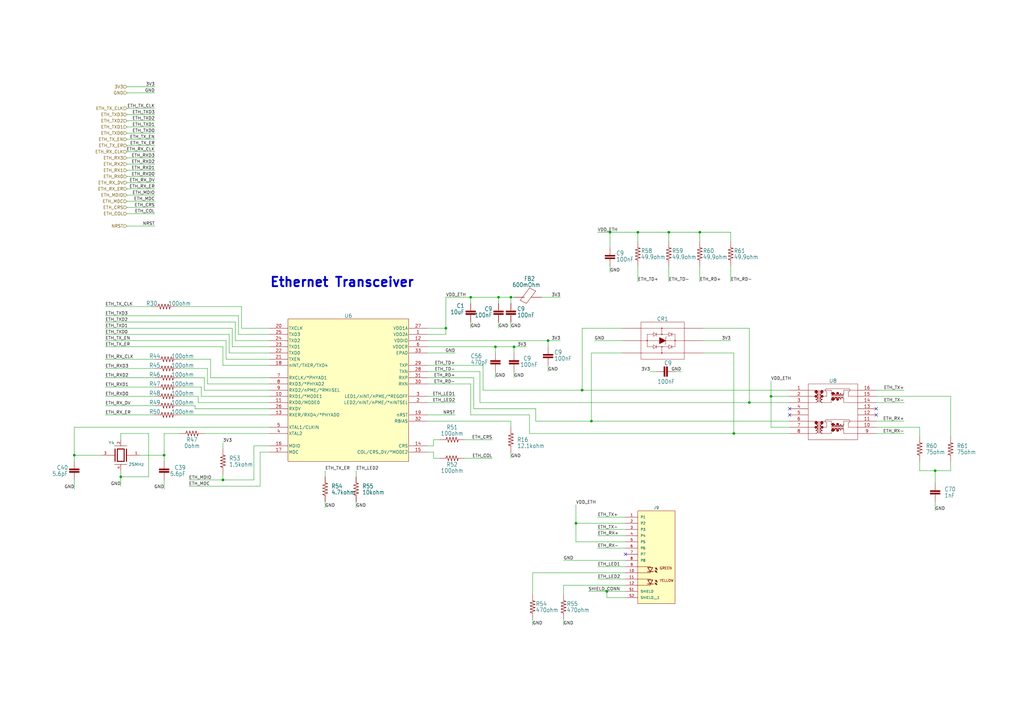
<source format=kicad_sch>
(kicad_sch (version 20230121) (generator eeschema)
  (paper "A3")
  (title_block (title "STM32H745 Ethernet Transciever") (date "2024-05-21") (rev "1"))
  (lib_symbols
    (symbol "Custom_Microcontroller:C_0402_1nF" (pin_numbers hide) (pin_names hide)
      (property "Reference" "C" (at -0.8599 2.4455 0))
      (property "Value" "1nF" (at -2.0411 -4.699 0))
      (symbol "C_0402_1nF_1_0"
        (pin passive line (at -3.81 0 0) (length 2.54) (name "1") (number "1"))
        (pin passive line (at 3.81 0 180) (length 2.54) (name "2") (number "2"))
      )
    )
    (symbol "Custom_Microcontroller:C_0402_470pF" (pin_numbers hide) (pin_names hide)
      (property "Reference" "C" (at -0.8599 2.4455 0))
      (property "Value" "470pF" (at -2.0411 -4.699 0))
      (symbol "C_0402_470pF_1_0"
        (pin passive line (at -3.81 0 0) (length 2.54) (name "1") (number "1"))
        (pin passive line (at 3.81 0 180) (length 2.54) (name "2") (number "2"))
      )
    )
    (symbol "Custom_Microcontroller:C_0603_100nF" (pin_numbers hide) (pin_names hide)
      (property "Reference" "C" (at -0.8599 2.4455 0))
      (property "Value" "100nF" (at -2.54 -5.08 0))
      (symbol "C_0603_100nF_1_0"
        (pin passive line (at -3.81 0 0) (length 2.54) (name "1") (number "1"))
        (pin passive line (at 3.81 0 180) (length 2.54) (name "2") (number "2"))
      )
    )
    (symbol "Custom_Microcontroller:C_0603_10uF" (pin_numbers hide) (pin_names hide)
      (property "Reference" "C" (at -0.8599 2.4455 0))
      (property "Value" "10uF" (at -2.54 -5.08 0))
      (symbol "C_0603_10uF_1_0"
        (pin passive line (at -3.81 0 0) (length 2.54) (name "1") (number "1"))
        (pin passive line (at 3.81 0 180) (length 2.54) (name "2") (number "2"))
      )
    )
    (symbol "Custom_Microcontroller:C_0603_5.6pF" (pin_numbers hide) (pin_names hide)
      (property "Reference" "C" (at -0.8599 2.4455 0))
      (property "Value" "5.6pF" (at -2.54 -5.08 0))
      (symbol "C_0603_5.6pF_1_0"
        (pin passive line (at -3.81 0 0) (length 2.54) (name "1") (number "1"))
        (pin passive line (at 3.81 0 180) (length 2.54) (name "2") (number "2"))
      )
    )
    (symbol "Custom_Microcontroller:ECS-2333-250-BN-TR" (pin_names (offset 1.016) hide)
      (property "Reference" "Y" (at 0 12.7 0))
      (property "Value" "25MHz" (at -8.89 -6.35 0))
      (symbol "ECS-2333-250-BN-TR_0_0"
        (pin passive line (at -7.62 0 0) (length 2.54) (name "IN") (number "1"))
        (pin passive line (at 0 6.35 270) (length 2.54) (name "GND") (number "2"))
        (pin passive line (at 7.62 0 180) (length 2.54) (name "OUT") (number "3"))
        (pin passive line (at 0 -6.35 90) (length 2.54) (name "GND") (number "4"))
      )
    )
    (symbol "Custom_Microcontroller:FB_600mohm_0603" (pin_numbers hide) (pin_names hide)
      (property "Reference" "FB" (at 0 3.81 0))
      (property "Value" "600mOhm" (at -3.81 -5.08 0))
      (symbol "FB_600mohm_0603_1_0"
        (pin passive line (at -5.08 0 0) (length 4.318) (name "1") (number "1"))
        (pin passive line (at 6.35 0 180) (length 4.318) (name "2") (number "2"))
      )
    )
    (symbol "Custom_Microcontroller:H1102NL" (pin_names (offset 0.254) hide)
      (property "Reference" "U" (at 17.78 3.81 0))
      (symbol "H1102NL_0_1"
        (pin passive line (at 0 0 0) (length 7.62) (name "1") (number "1"))
        (pin passive line (at 35.56 -15.24 180) (length 7.62) (name "10") (number "10"))
        (pin passive line (at 35.56 -12.7 180) (length 7.62) (name "11") (number "11"))
        (pin passive line (at 35.56 -10.16 180) (length 7.62) (name "12") (number "12"))
        (pin passive line (at 35.56 -7.62 180) (length 7.62) (name "13") (number "13"))
        (pin passive line (at 35.56 -5.08 180) (length 7.62) (name "14") (number "14"))
        (pin passive line (at 35.56 -2.54 180) (length 7.62) (name "15") (number "15"))
        (pin passive line (at 35.56 0 180) (length 7.62) (name "16") (number "16"))
        (pin passive line (at 0 -2.54 0) (length 7.62) (name "2") (number "2"))
        (pin passive line (at 0 -5.08 0) (length 7.62) (name "3") (number "3"))
        (pin passive line (at 0 -7.62 0) (length 7.62) (name "4") (number "4"))
        (pin passive line (at 0 -10.16 0) (length 7.62) (name "5") (number "5"))
        (pin passive line (at 0 -12.7 0) (length 7.62) (name "6") (number "6"))
        (pin passive line (at 0 -15.24 0) (length 7.62) (name "7") (number "7"))
        (pin passive line (at 0 -17.78 0) (length 7.62) (name "8") (number "8"))
        (pin passive line (at 35.56 -17.78 180) (length 7.62) (name "9") (number "9"))
      )
    )
    (symbol "Custom_Microcontroller:LAN8740AI-EN-TR" (pin_names (offset 0.254))
      (property "Reference" "U" (at 31.75 6.35 0))
      (symbol "LAN8740AI-EN-TR_0_1"
        (pin power_in line (at 64.77 -1.27 180) (length 7.62) (name "VDD2A") (number "1"))
        (pin bidirectional line (at 0 -26.67 0) (length 7.62) (name "RXD1/*MODE1") (number "10"))
        (pin bidirectional line (at 0 -29.21 0) (length 7.62) (name "RXD0/MODE0") (number "11"))
        (pin power_in line (at 64.77 -3.81 180) (length 7.62) (name "VDDIO") (number "12"))
        (pin bidirectional line (at 0 -34.29 0) (length 7.62) (name "RXER/RXD4/*PHYAD0") (number "13"))
        (pin bidirectional line (at 64.77 -46.99 180) (length 7.62) (name "CRS") (number "14"))
        (pin bidirectional line (at 64.77 -49.53 180) (length 7.62) (name "COL/CRS_DV/*MODE2") (number "15"))
        (pin bidirectional line (at 0 -46.99 0) (length 7.62) (name "MDIO") (number "16"))
        (pin bidirectional line (at 0 -49.53 0) (length 7.62) (name "MDC") (number "17"))
        (pin bidirectional line (at 0 -13.97 0) (length 7.62) (name "nINT/TXER/TXD4") (number "18"))
        (pin bidirectional line (at 64.77 -34.29 180) (length 7.62) (name "nRST") (number "19"))
        (pin bidirectional line (at 64.77 -29.21 180) (length 7.62) (name "LED2/nINT/nPME/*nINTSEL") (number "2"))
        (pin bidirectional line (at 0 1.27 0) (length 7.62) (name "TXCLK") (number "20"))
        (pin bidirectional line (at 0 -11.43 0) (length 7.62) (name "TXEN") (number "21"))
        (pin bidirectional line (at 0 -8.89 0) (length 7.62) (name "TXD0") (number "22"))
        (pin bidirectional line (at 0 -6.35 0) (length 7.62) (name "TXD1") (number "23"))
        (pin bidirectional line (at 0 -3.81 0) (length 7.62) (name "TXD2") (number "24"))
        (pin bidirectional line (at 0 -1.27 0) (length 7.62) (name "TXD3") (number "25"))
        (pin bidirectional line (at 0 -31.75 0) (length 7.62) (name "RXDV") (number "26"))
        (pin power_in line (at 64.77 1.27 180) (length 7.62) (name "VDD1A") (number "27"))
        (pin bidirectional line (at 64.77 -16.51 180) (length 7.62) (name "TXN") (number "28"))
        (pin bidirectional line (at 64.77 -13.97 180) (length 7.62) (name "TXP") (number "29"))
        (pin bidirectional line (at 64.77 -26.67 180) (length 7.62) (name "LED1/nINT/nPME/*REGOFF") (number "3"))
        (pin bidirectional line (at 64.77 -21.59 180) (length 7.62) (name "RXN") (number "30"))
        (pin bidirectional line (at 64.77 -19.05 180) (length 7.62) (name "RXP") (number "31"))
        (pin bidirectional line (at 64.77 -36.83 180) (length 7.62) (name "RBIAS") (number "32"))
        (pin passive line (at 64.77 -8.89 180) (length 7.62) (name "EPAD") (number "33"))
        (pin bidirectional line (at 0 -41.91 0) (length 7.62) (name "XTAL2") (number "4"))
        (pin bidirectional line (at 0 -39.37 0) (length 7.62) (name "XTAL1/CLKIN") (number "5"))
        (pin power_in line (at 64.77 -6.35 180) (length 7.62) (name "VDDCR") (number "6"))
        (pin bidirectional line (at 0 -19.05 0) (length 7.62) (name "RXCLK/*PHYAD1") (number "7"))
        (pin bidirectional line (at 0 -21.59 0) (length 7.62) (name "RXD3/*PHYAD2") (number "8"))
        (pin bidirectional line (at 0 -24.13 0) (length 7.62) (name "RXD2/nPME/*RMIISEL") (number "9"))
      )
    )
    (symbol "Custom_Microcontroller:R_0402_100ohm" (pin_numbers hide) (pin_names hide)
      (property "Reference" "R" (at -0.8054 1.519 0))
      (property "Value" "100ohm" (at -5.08 -3.81 0))
      (symbol "R_0402_100ohm_1_0"
        (pin passive line (at -5.08 0 0) (length 2.54) (name "1") (number "1"))
        (pin passive line (at 5.08 0 180) (length 2.54) (name "2") (number "2"))
      )
    )
    (symbol "Custom_Microcontroller:R_0402_75ohm" (pin_numbers hide) (pin_names hide)
      (property "Reference" "R" (at -0.8054 1.519 0))
      (property "Value" "75ohm" (at -5.08 -3.81 0))
      (symbol "R_0402_75ohm_1_0"
        (pin passive line (at -5.08 0 0) (length 2.54) (name "1") (number "1"))
        (pin passive line (at 5.08 0 180) (length 2.54) (name "2") (number "2"))
      )
    )
    (symbol "Custom_Microcontroller:R_0603_0ohm" (pin_numbers hide) (pin_names hide)
      (property "Reference" "R" (at -0.8054 1.519 0))
      (property "Value" "0ohm" (at -3.81 -3.81 0))
      (symbol "R_0603_0ohm_1_0"
        (pin passive line (at -5.08 0 0) (length 2.54) (name "1") (number "1"))
        (pin passive line (at 5.08 0 180) (length 2.54) (name "2") (number "2"))
      )
    )
    (symbol "Custom_Microcontroller:R_0603_1.5kohm" (pin_numbers hide) (pin_names hide)
      (property "Reference" "R" (at -0.8054 1.519 0))
      (property "Value" "1.5kohm" (at -3.81 -3.81 0))
      (symbol "R_0603_1.5kohm_1_0"
        (pin passive line (at -5.08 0 0) (length 2.54) (name "1") (number "1"))
        (pin passive line (at 5.08 0 180) (length 2.54) (name "2") (number "2"))
      )
    )
    (symbol "Custom_Microcontroller:R_0603_10kohm" (pin_numbers hide) (pin_names hide)
      (property "Reference" "R" (at -0.8054 1.519 0))
      (property "Value" "10kohm" (at -3.81 -3.81 0))
      (symbol "R_0603_10kohm_1_0"
        (pin passive line (at -5.08 0 0) (length 2.54) (name "1") (number "1"))
        (pin passive line (at 5.08 0 180) (length 2.54) (name "2") (number "2"))
      )
    )
    (symbol "Custom_Microcontroller:R_0603_12.1kohm" (pin_numbers hide) (pin_names hide)
      (property "Reference" "R" (at -0.8054 1.519 0))
      (property "Value" "12.1kohm" (at -3.81 -3.81 0))
      (symbol "R_0603_12.1kohm_1_0"
        (pin passive line (at -5.08 0 0) (length 2.54) (name "1") (number "1"))
        (pin passive line (at 5.08 0 180) (length 2.54) (name "2") (number "2"))
      )
    )
    (symbol "Custom_Microcontroller:R_0603_4.7kohm" (pin_numbers hide) (pin_names hide)
      (property "Reference" "R" (at -0.8054 1.519 0))
      (property "Value" "4.7kohm" (at -3.81 -3.81 0))
      (symbol "R_0603_4.7kohm_1_0"
        (pin passive line (at -5.08 0 0) (length 2.54) (name "1") (number "1"))
        (pin passive line (at 5.08 0 180) (length 2.54) (name "2") (number "2"))
      )
    )
    (symbol "Custom_Microcontroller:R_0603_470ohm" (pin_numbers hide) (pin_names hide)
      (property "Reference" "R" (at -0.8054 1.519 0))
      (property "Value" "470ohm" (at -3.81 -3.81 0))
      (symbol "R_0603_470ohm_1_0"
        (pin passive line (at -5.08 0 0) (length 2.54) (name "1") (number "1"))
        (pin passive line (at 5.08 0 180) (length 2.54) (name "2") (number "2"))
      )
    )
    (symbol "Custom_Microcontroller:R_0603_49.9ohm" (pin_numbers hide) (pin_names hide)
      (property "Reference" "R" (at -0.8054 1.519 0))
      (property "Value" "49.9ohm" (at -3.81 -3.81 0))
      (symbol "R_0603_49.9ohm_1_0"
        (pin passive line (at -5.08 0 0) (length 2.54) (name "1") (number "1"))
        (pin passive line (at 5.08 0 180) (length 2.54) (name "2") (number "2"))
      )
    )
    (symbol "Custom_Microcontroller:SI-50154-F" (pin_names (offset 1.016))
      (property "Reference" "J" (at -1.27 17.78 0))
      (symbol "SI-50154-F_0_0"
        (text "GREEN" (at 1.27 -5.08 0) (effects (font (size 1.016 1.016)) (justify left top)))
        (text "YELLOW" (at 1.27 -10.16 0) (effects (font (size 1.016 1.016)) (justify left top)))
        (pin passive line (at -12.7 15.24 0) (length 5.08) (name "P1") (number "1"))
        (pin passive line (at -12.7 -7.62 0) (length 5.08) (name "~") (number "10"))
        (pin passive line (at -12.7 -10.16 0) (length 5.08) (name "~") (number "11"))
        (pin passive line (at -12.7 -12.7 0) (length 5.08) (name "~") (number "12"))
        (pin passive line (at -12.7 12.7 0) (length 5.08) (name "P2") (number "2"))
        (pin passive line (at -12.7 10.16 0) (length 5.08) (name "P3") (number "3"))
        (pin passive line (at -12.7 7.62 0) (length 5.08) (name "P4") (number "4"))
        (pin passive line (at -12.7 5.08 0) (length 5.08) (name "P5") (number "5"))
        (pin passive line (at -12.7 2.54 0) (length 5.08) (name "P6") (number "6"))
        (pin passive line (at -12.7 0 0) (length 5.08) (name "P7") (number "7"))
        (pin passive line (at -12.7 -2.54 0) (length 5.08) (name "P8") (number "8"))
        (pin passive line (at -12.7 -5.08 0) (length 5.08) (name "~") (number "9"))
        (pin passive line (at -12.7 -15.24 0) (length 5.08) (name "SHIELD") (number "S1"))
        (pin passive line (at -12.7 -17.78 0) (length 5.08) (name "SHIELD__1") (number "S2"))
      )
    )
    (symbol "Custom_Microcontroller:USBLC6-2SC6" (pin_numbers hide) (pin_names (offset 0.254) hide)
      (property "Reference" "CR" (at 16.51 3.81 0))
      (symbol "USBLC6-2SC6_0_1"
        (pin bidirectional line (at 0 0 0) (length 7.62) (name "1") (number "1"))
        (pin bidirectional line (at 0 -5.08 0) (length 7.62) (name "2") (number "2"))
        (pin bidirectional line (at 0 -10.16 0) (length 7.62) (name "3") (number "3"))
        (pin bidirectional line (at 33.02 -10.16 180) (length 7.62) (name "4") (number "4"))
        (pin bidirectional line (at 33.02 -5.08 180) (length 7.62) (name "5") (number "5"))
        (pin bidirectional line (at 33.02 0 180) (length 7.62) (name "6") (number "6"))
      )
    )
  )
  (junction (at 300.99 177.8))
  (junction (at 210.82 142.24))
  (junction (at 248.92 242.57))
  (junction (at 30.48 186.69))
  (junction (at 204.47 121.92))
  (junction (at 182.88 134.62))
  (junction (at 287.02 95.25))
  (junction (at 203.2 142.24))
  (junction (at 67.31 186.69))
  (junction (at 49.53 195.58))
  (junction (at 261.62 95.25))
  (junction (at 209.55 121.92))
  (junction (at 238.76 160.02))
  (junction (at 383.54 193.04))
  (junction (at 236.22 214.63))
  (junction (at 307.34 165.1))
  (junction (at 250.19 95.25))
  (junction (at 316.23 162.56))
  (junction (at 91.44 196.85))
  (junction (at 224.79 139.7))
  (junction (at 274.32 95.25))
  (junction (at 242.57 172.72))
  (junction (at 193.04 121.92))
  (no_connect (at 256.54 227.33))
  (no_connect (at 323.85 170.18))
  (no_connect (at 359.41 170.18))
  (no_connect (at 323.85 167.64))
  (no_connect (at 359.41 167.64))
  (wire (pts (xy 175.26 154.94) (xy 194.31 154.94)))
  (wire (pts (xy 30.48 175.26) (xy 110.49 175.26)))
  (wire (pts (xy 43.18 151.13) (xy 63.5 151.13)))
  (wire (pts (xy 238.76 160.02) (xy 323.85 160.02)))
  (wire (pts (xy 92.71 139.7) (xy 92.71 147.32)))
  (wire (pts (xy 91.44 194.31) (xy 91.44 196.85)))
  (wire (pts (xy 99.06 134.62) (xy 99.06 125.73)))
  (wire (pts (xy 95.25 142.24) (xy 110.49 142.24)))
  (wire (pts (xy 52.07 54.61) (xy 63.5 54.61)))
  (wire (pts (xy 110.49 139.7) (xy 96.52 139.7)))
  (wire (pts (xy 43.18 134.62) (xy 95.25 134.62)))
  (wire (pts (xy 82.55 162.56) (xy 110.49 162.56)))
  (wire (pts (xy 287.02 95.25) (xy 299.72 95.25)))
  (wire (pts (xy 193.04 121.92) (xy 204.47 121.92)))
  (wire (pts (xy 86.36 154.94) (xy 86.36 147.32)))
  (wire (pts (xy 43.18 170.18) (xy 63.5 170.18)))
  (wire (pts (xy 43.18 147.32) (xy 63.5 147.32)))
  (wire (pts (xy 190.5 187.96) (xy 201.93 187.96)))
  (wire (pts (xy 43.18 154.94) (xy 63.5 154.94)))
  (wire (pts (xy 255.27 144.78) (xy 242.57 144.78)))
  (wire (pts (xy 63.5 92.71) (xy 52.07 92.71)))
  (wire (pts (xy 196.85 152.4) (xy 196.85 165.1)))
  (wire (pts (xy 287.02 95.25) (xy 287.02 99.06)))
  (wire (pts (xy 95.25 134.62) (xy 95.25 142.24)))
  (wire (pts (xy 250.19 109.22) (xy 250.19 111.76)))
  (wire (pts (xy 63.5 59.69) (xy 52.07 59.69)))
  (wire (pts (xy 52.07 62.23) (xy 63.5 62.23)))
  (wire (pts (xy 41.91 186.69) (xy 30.48 186.69)))
  (wire (pts (xy 63.5 67.31) (xy 52.07 67.31)))
  (wire (pts (xy 175.26 165.1) (xy 186.69 165.1)))
  (wire (pts (xy 323.85 172.72) (xy 242.57 172.72)))
  (wire (pts (xy 255.27 134.62) (xy 238.76 134.62)))
  (wire (pts (xy 52.07 69.85) (xy 63.5 69.85)))
  (wire (pts (xy 63.5 82.55) (xy 52.07 82.55)))
  (wire (pts (xy 63.5 44.45) (xy 52.07 44.45)))
  (wire (pts (xy 198.12 160.02) (xy 238.76 160.02)))
  (wire (pts (xy 43.18 137.16) (xy 93.98 137.16)))
  (wire (pts (xy 43.18 158.75) (xy 63.5 158.75)))
  (wire (pts (xy 133.35 193.04) (xy 133.35 195.58)))
  (wire (pts (xy 218.44 234.95) (xy 218.44 243.84)))
  (wire (pts (xy 80.01 166.37) (xy 80.01 167.64)))
  (wire (pts (xy 106.68 185.42) (xy 110.49 185.42)))
  (wire (pts (xy 67.31 177.8) (xy 73.66 177.8)))
  (wire (pts (xy 256.54 219.71) (xy 245.11 219.71)))
  (wire (pts (xy 210.82 121.92) (xy 209.55 121.92)))
  (wire (pts (xy 323.85 177.8) (xy 300.99 177.8)))
  (wire (pts (xy 52.07 85.09) (xy 63.5 85.09)))
  (wire (pts (xy 359.41 165.1) (xy 370.84 165.1)))
  (wire (pts (xy 182.88 121.92) (xy 182.88 134.62)))
  (wire (pts (xy 177.8 187.96) (xy 177.8 185.42)))
  (wire (pts (xy 177.8 180.34) (xy 177.8 182.88)))
  (wire (pts (xy 245.11 95.25) (xy 250.19 95.25)))
  (wire (pts (xy 82.55 162.56) (xy 82.55 158.75)))
  (wire (pts (xy 242.57 172.72) (xy 219.71 172.72)))
  (wire (pts (xy 316.23 162.56) (xy 316.23 175.26)))
  (wire (pts (xy 67.31 186.69) (xy 67.31 189.23)))
  (wire (pts (xy 359.41 172.72) (xy 370.84 172.72)))
  (wire (pts (xy 261.62 109.22) (xy 261.62 115.57)))
  (wire (pts (xy 49.53 195.58) (xy 49.53 193.04)))
  (wire (pts (xy 92.71 147.32) (xy 110.49 147.32)))
  (wire (pts (xy 73.66 151.13) (xy 85.09 151.13)))
  (wire (pts (xy 222.25 121.92) (xy 229.87 121.92)))
  (wire (pts (xy 175.26 182.88) (xy 177.8 182.88)))
  (wire (pts (xy 274.32 109.22) (xy 274.32 115.57)))
  (wire (pts (xy 30.48 175.26) (xy 30.48 186.69)))
  (wire (pts (xy 85.09 157.48) (xy 110.49 157.48)))
  (wire (pts (xy 209.55 132.08) (xy 209.55 134.62)))
  (wire (pts (xy 231.14 254) (xy 231.14 256.54)))
  (wire (pts (xy 180.34 187.96) (xy 177.8 187.96)))
  (wire (pts (xy 250.19 95.25) (xy 250.19 101.6)))
  (wire (pts (xy 49.53 195.58) (xy 49.53 199.39)))
  (wire (pts (xy 91.44 149.86) (xy 91.44 142.24)))
  (wire (pts (xy 86.36 154.94) (xy 110.49 154.94)))
  (wire (pts (xy 175.26 142.24) (xy 203.2 142.24)))
  (wire (pts (xy 256.54 232.41) (xy 245.11 232.41)))
  (wire (pts (xy 52.07 38.1) (xy 63.5 38.1)))
  (wire (pts (xy 288.29 144.78) (xy 300.99 144.78)))
  (wire (pts (xy 63.5 52.07) (xy 52.07 52.07)))
  (wire (pts (xy 146.05 193.04) (xy 146.05 195.58)))
  (wire (pts (xy 210.82 142.24) (xy 215.9 142.24)))
  (wire (pts (xy 175.26 157.48) (xy 193.04 157.48)))
  (wire (pts (xy 242.57 144.78) (xy 242.57 172.72)))
  (wire (pts (xy 52.07 49.53) (xy 63.5 49.53)))
  (wire (pts (xy 203.2 142.24) (xy 210.82 142.24)))
  (wire (pts (xy 43.18 166.37) (xy 63.5 166.37)))
  (wire (pts (xy 52.07 57.15) (xy 63.5 57.15)))
  (wire (pts (xy 209.55 172.72) (xy 209.55 175.26)))
  (wire (pts (xy 49.53 180.34) (xy 49.53 177.8)))
  (wire (pts (xy 182.88 121.92) (xy 193.04 121.92)))
  (wire (pts (xy 248.92 245.11) (xy 248.92 242.57)))
  (wire (pts (xy 323.85 165.1) (xy 307.34 165.1)))
  (wire (pts (xy 316.23 175.26) (xy 323.85 175.26)))
  (wire (pts (xy 175.26 152.4) (xy 196.85 152.4)))
  (wire (pts (xy 175.26 144.78) (xy 186.69 144.78)))
  (wire (pts (xy 209.55 121.92) (xy 209.55 124.46)))
  (wire (pts (xy 210.82 152.4) (xy 210.82 154.94)))
  (wire (pts (xy 236.22 214.63) (xy 236.22 222.25)))
  (wire (pts (xy 77.47 196.85) (xy 91.44 196.85)))
  (wire (pts (xy 209.55 121.92) (xy 204.47 121.92)))
  (wire (pts (xy 256.54 237.49) (xy 245.11 237.49)))
  (wire (pts (xy 236.22 207.01) (xy 236.22 214.63)))
  (wire (pts (xy 81.28 165.1) (xy 81.28 162.56)))
  (wire (pts (xy 83.82 154.94) (xy 83.82 160.02)))
  (wire (pts (xy 288.29 139.7) (xy 299.72 139.7)))
  (wire (pts (xy 73.66 170.18) (xy 110.49 170.18)))
  (wire (pts (xy 256.54 222.25) (xy 236.22 222.25)))
  (wire (pts (xy 256.54 224.79) (xy 245.11 224.79)))
  (wire (pts (xy 218.44 254) (xy 218.44 256.54)))
  (wire (pts (xy 52.07 64.77) (xy 63.5 64.77)))
  (wire (pts (xy 146.05 205.74) (xy 146.05 208.28)))
  (wire (pts (xy 106.68 185.42) (xy 106.68 199.39)))
  (wire (pts (xy 93.98 144.78) (xy 93.98 137.16)))
  (wire (pts (xy 389.89 162.56) (xy 389.89 179.07)))
  (wire (pts (xy 377.19 189.23) (xy 377.19 193.04)))
  (wire (pts (xy 97.79 129.54) (xy 97.79 137.16)))
  (wire (pts (xy 43.18 142.24) (xy 91.44 142.24)))
  (wire (pts (xy 104.14 182.88) (xy 110.49 182.88)))
  (wire (pts (xy 67.31 186.69) (xy 57.15 186.69)))
  (wire (pts (xy 80.01 167.64) (xy 110.49 167.64)))
  (wire (pts (xy 83.82 177.8) (xy 110.49 177.8)))
  (wire (pts (xy 91.44 196.85) (xy 104.14 196.85)))
  (wire (pts (xy 274.32 95.25) (xy 274.32 99.06)))
  (wire (pts (xy 193.04 157.48) (xy 193.04 170.18)))
  (wire (pts (xy 229.87 139.7) (xy 224.79 139.7)))
  (wire (pts (xy 359.41 177.8) (xy 370.84 177.8)))
  (wire (pts (xy 224.79 139.7) (xy 224.79 142.24)))
  (wire (pts (xy 219.71 172.72) (xy 219.71 167.64)))
  (wire (pts (xy 43.18 139.7) (xy 92.71 139.7)))
  (wire (pts (xy 203.2 152.4) (xy 203.2 154.94)))
  (wire (pts (xy 256.54 234.95) (xy 218.44 234.95)))
  (wire (pts (xy 217.17 177.8) (xy 217.17 170.18)))
  (wire (pts (xy 175.26 162.56) (xy 186.69 162.56)))
  (wire (pts (xy 52.07 77.47) (xy 63.5 77.47)))
  (wire (pts (xy 182.88 137.16) (xy 182.88 134.62)))
  (wire (pts (xy 67.31 196.85) (xy 67.31 200.66)))
  (wire (pts (xy 359.41 162.56) (xy 389.89 162.56)))
  (wire (pts (xy 193.04 121.92) (xy 193.04 124.46)))
  (wire (pts (xy 383.54 193.04) (xy 383.54 198.12)))
  (wire (pts (xy 194.31 154.94) (xy 194.31 167.64)))
  (wire (pts (xy 219.71 167.64) (xy 194.31 167.64)))
  (wire (pts (xy 266.7 152.4) (xy 269.24 152.4)))
  (wire (pts (xy 43.18 125.73) (xy 62.23 125.73)))
  (wire (pts (xy 175.26 185.42) (xy 177.8 185.42)))
  (wire (pts (xy 209.55 185.42) (xy 209.55 187.96)))
  (wire (pts (xy 82.55 158.75) (xy 73.66 158.75)))
  (wire (pts (xy 175.26 139.7) (xy 224.79 139.7)))
  (wire (pts (xy 83.82 154.94) (xy 73.66 154.94)))
  (wire (pts (xy 377.19 179.07) (xy 377.19 175.26)))
  (wire (pts (xy 186.69 170.18) (xy 175.26 170.18)))
  (wire (pts (xy 43.18 132.08) (xy 96.52 132.08)))
  (wire (pts (xy 389.89 189.23) (xy 389.89 193.04)))
  (wire (pts (xy 81.28 162.56) (xy 73.66 162.56)))
  (wire (pts (xy 175.26 149.86) (xy 198.12 149.86)))
  (wire (pts (xy 182.88 134.62) (xy 175.26 134.62)))
  (wire (pts (xy 217.17 170.18) (xy 193.04 170.18)))
  (wire (pts (xy 43.18 162.56) (xy 63.5 162.56)))
  (wire (pts (xy 104.14 182.88) (xy 104.14 196.85)))
  (wire (pts (xy 231.14 243.84) (xy 231.14 240.03)))
  (wire (pts (xy 241.3 242.57) (xy 248.92 242.57)))
  (wire (pts (xy 91.44 181.61) (xy 91.44 184.15)))
  (wire (pts (xy 110.49 149.86) (xy 91.44 149.86)))
  (wire (pts (xy 99.06 125.73) (xy 72.39 125.73)))
  (wire (pts (xy 224.79 149.86) (xy 224.79 152.4)))
  (wire (pts (xy 256.54 212.09) (xy 245.11 212.09)))
  (wire (pts (xy 255.27 139.7) (xy 243.84 139.7)))
  (wire (pts (xy 203.2 144.78) (xy 203.2 142.24)))
  (wire (pts (xy 86.36 147.32) (xy 73.66 147.32)))
  (wire (pts (xy 97.79 137.16) (xy 110.49 137.16)))
  (wire (pts (xy 30.48 196.85) (xy 30.48 200.66)))
  (wire (pts (xy 52.07 72.39) (xy 63.5 72.39)))
  (wire (pts (xy 204.47 121.92) (xy 204.47 124.46)))
  (wire (pts (xy 198.12 149.86) (xy 198.12 160.02)))
  (wire (pts (xy 299.72 109.22) (xy 299.72 115.57)))
  (wire (pts (xy 52.07 80.01) (xy 63.5 80.01)))
  (wire (pts (xy 63.5 74.93) (xy 52.07 74.93)))
  (wire (pts (xy 307.34 134.62) (xy 307.34 165.1)))
  (wire (pts (xy 52.07 46.99) (xy 63.5 46.99)))
  (wire (pts (xy 52.07 87.63) (xy 63.5 87.63)))
  (wire (pts (xy 67.31 177.8) (xy 67.31 186.69)))
  (wire (pts (xy 110.49 144.78) (xy 93.98 144.78)))
  (wire (pts (xy 83.82 160.02) (xy 110.49 160.02)))
  (wire (pts (xy 316.23 162.56) (xy 323.85 162.56)))
  (wire (pts (xy 276.86 152.4) (xy 279.4 152.4)))
  (wire (pts (xy 49.53 177.8) (xy 60.96 177.8)))
  (wire (pts (xy 300.99 177.8) (xy 217.17 177.8)))
  (wire (pts (xy 288.29 134.62) (xy 307.34 134.62)))
  (wire (pts (xy 299.72 95.25) (xy 299.72 99.06)))
  (wire (pts (xy 193.04 132.08) (xy 193.04 134.62)))
  (wire (pts (xy 256.54 245.11) (xy 248.92 245.11)))
  (wire (pts (xy 256.54 217.17) (xy 245.11 217.17)))
  (wire (pts (xy 238.76 134.62) (xy 238.76 160.02)))
  (wire (pts (xy 261.62 95.25) (xy 261.62 99.06)))
  (wire (pts (xy 43.18 129.54) (xy 97.79 129.54)))
  (wire (pts (xy 81.28 165.1) (xy 110.49 165.1)))
  (wire (pts (xy 231.14 229.87) (xy 256.54 229.87)))
  (wire (pts (xy 60.96 195.58) (xy 49.53 195.58)))
  (wire (pts (xy 316.23 156.21) (xy 316.23 162.56)))
  (wire (pts (xy 383.54 193.04) (xy 389.89 193.04)))
  (wire (pts (xy 77.47 199.39) (xy 106.68 199.39)))
  (wire (pts (xy 110.49 134.62) (xy 99.06 134.62)))
  (wire (pts (xy 175.26 137.16) (xy 182.88 137.16)))
  (wire (pts (xy 383.54 205.74) (xy 383.54 209.55)))
  (wire (pts (xy 231.14 240.03) (xy 256.54 240.03)))
  (wire (pts (xy 248.92 242.57) (xy 256.54 242.57)))
  (wire (pts (xy 180.34 180.34) (xy 177.8 180.34)))
  (wire (pts (xy 359.41 160.02) (xy 370.84 160.02)))
  (wire (pts (xy 73.66 166.37) (xy 80.01 166.37)))
  (wire (pts (xy 175.26 172.72) (xy 209.55 172.72)))
  (wire (pts (xy 274.32 95.25) (xy 287.02 95.25)))
  (wire (pts (xy 60.96 177.8) (xy 60.96 195.58)))
  (wire (pts (xy 96.52 139.7) (xy 96.52 132.08)))
  (wire (pts (xy 133.35 205.74) (xy 133.35 208.28)))
  (wire (pts (xy 256.54 214.63) (xy 236.22 214.63)))
  (wire (pts (xy 204.47 132.08) (xy 204.47 134.62)))
  (wire (pts (xy 377.19 175.26) (xy 359.41 175.26)))
  (wire (pts (xy 287.02 109.22) (xy 287.02 115.57)))
  (wire (pts (xy 30.48 186.69) (xy 30.48 189.23)))
  (wire (pts (xy 307.34 165.1) (xy 196.85 165.1)))
  (wire (pts (xy 261.62 95.25) (xy 274.32 95.25)))
  (wire (pts (xy 377.19 193.04) (xy 383.54 193.04)))
  (wire (pts (xy 85.09 151.13) (xy 85.09 157.48)))
  (wire (pts (xy 52.07 35.56) (xy 63.5 35.56)))
  (wire (pts (xy 250.19 95.25) (xy 261.62 95.25)))
  (wire (pts (xy 300.99 144.78) (xy 300.99 177.8)))
  (wire (pts (xy 190.5 180.34) (xy 201.93 180.34)))
  (wire (pts (xy 210.82 142.24) (xy 210.82 144.78)))
  (text "Ethernet Transceiver" (at 110.49 118.11 0) (effects (font (size 3.81 3.81) (thickness 0.762) bold) (justify left bottom)))
  (label "ETH_LED2" (at 186.69 165.1 180))
  (label "VDD_ETH" (at 182.88 121.92 0))
  (label "ETH_TX_CLK" (at 63.5 44.45 180))
  (label "GND" (at 210.82 154.94 0))
  (label "GND" (at 243.84 139.7 0))
  (label "GND" (at 49.53 199.39 180))
  (label "ETH_MDIO" (at 77.47 196.85 0))
  (label "ETH_RD-" (at 186.69 157.48 180))
  (label "ETH_TXD1" (at 63.5 52.07 180))
  (label "GND" (at 67.31 200.66 180))
  (label "ETH_RX+" (at 370.84 172.72 180))
  (label "GND" (at 133.35 208.28 0))
  (label "ETH_COL" (at 63.5 87.63 180))
  (label "ETH_TXD0" (at 43.18 137.16 0))
  (label "ETH_LED1" (at 186.69 162.56 180))
  (label "3V3" (at 299.72 139.7 180))
  (label "ETH_MDIO" (at 63.5 80.01 180))
  (label "VDD_ETH" (at 245.11 95.25 0))
  (label "GND" (at 63.5 38.1 180))
  (label "3V3" (at 229.87 139.7 180))
  (label "ETH_RXD2" (at 43.18 154.94 0))
  (label "ETH_TX_ER" (at 43.18 142.24 0))
  (label "ETH_TX+" (at 245.11 212.09 0))
  (label "ETH_LED2" (at 146.05 193.04 0))
  (label "GND" (at 231.14 229.87 0))
  (label "GND" (at 383.54 209.55 0))
  (label "GND" (at 186.69 144.78 180))
  (label "ETH_LED1" (at 245.11 232.41 0))
  (label "ETH_RX_ER" (at 43.18 170.18 0))
  (label "ETH_RX_DV" (at 43.18 166.37 0))
  (label "GND" (at 204.47 134.62 0))
  (label "ETH_RD+" (at 186.69 154.94 180))
  (label "ETH_TD-" (at 274.32 115.57 0))
  (label "GND" (at 146.05 208.28 0))
  (label "GND" (at 193.04 134.62 0))
  (label "ETH_CRS" (at 63.5 85.09 180))
  (label "ETH_TX-" (at 245.11 217.17 0))
  (label "ETH_RX-" (at 245.11 224.79 0))
  (label "ETH_CRS" (at 201.93 180.34 180))
  (label "ETH_TX_EN" (at 63.5 57.15 180))
  (label "ETH_RXD1" (at 63.5 69.85 180))
  (label "ETH_TXD1" (at 43.18 134.62 0))
  (label "ETH_RXD2" (at 63.5 67.31 180))
  (label "ETH_MDC" (at 63.5 82.55 180))
  (label "GND" (at 279.4 152.4 180))
  (label "3V3" (at 229.87 121.92 180))
  (label "GND" (at 224.79 152.4 0))
  (label "ETH_TX+" (at 370.84 160.02 180))
  (label "ETH_TXD2" (at 43.18 132.08 0))
  (label "GND" (at 30.48 200.66 180))
  (label "ETH_MDC" (at 77.47 199.39 0))
  (label "NRST" (at 63.5 92.71 180))
  (label "ETH_TXD3" (at 63.5 46.99 180))
  (label "GND" (at 203.2 154.94 0))
  (label "3V3" (at 215.9 142.24 180))
  (label "ETH_COL" (at 201.93 187.96 180))
  (label "3V3" (at 91.44 181.61 0))
  (label "ETH_TD+" (at 261.62 115.57 0))
  (label "ETH_RX-" (at 370.84 177.8 180))
  (label "ETH_TX_ER" (at 133.35 193.04 0))
  (label "ETH_TXD3" (at 43.18 129.54 0))
  (label "3V3" (at 63.5 35.56 180))
  (label "ETH_RX_CLK" (at 63.5 62.23 180))
  (label "GND" (at 209.55 134.62 0))
  (label "GND" (at 209.55 187.96 0))
  (label "ETH_TX_CLK" (at 43.18 125.73 0))
  (label "ETH_TD-" (at 186.69 152.4 180))
  (label "VDD_ETH" (at 236.22 207.01 0))
  (label "ETH_TXD2" (at 63.5 49.53 180))
  (label "ETH_RX_ER" (at 63.5 77.47 180))
  (label "ETH_RXD0" (at 43.18 162.56 0))
  (label "ETH_LED2" (at 245.11 237.49 0))
  (label "GND" (at 218.44 256.54 0))
  (label "ETH_RXD1" (at 43.18 158.75 0))
  (label "VDD_ETH" (at 316.23 156.21 0))
  (label "GND" (at 231.14 256.54 0))
  (label "ETH_RX+" (at 245.11 219.71 0))
  (label "ETH_RXD3" (at 63.5 64.77 180))
  (label "ETH_RD-" (at 299.72 115.57 0))
  (label "ETH_TD+" (at 186.69 149.86 180))
  (label "ETH_RXD3" (at 43.18 151.13 0))
  (label "ETH_RX_CLK" (at 43.18 147.32 0))
  (label "ETH_RXD0" (at 63.5 72.39 180))
  (label "GND" (at 250.19 111.76 0))
  (label "3V3" (at 266.7 152.4 180))
  (label "ETH_TX_EN" (at 43.18 139.7 0))
  (label "NRST" (at 186.69 170.18 180))
  (label "ETH_TXD0" (at 63.5 54.61 180))
  (label "ETH_TX_ER" (at 63.5 59.69 180))
  (label "ETH_RD+" (at 287.02 115.57 0))
  (label "SHIELD_CONN" (at 241.3 242.57 0))
  (label "ETH_RX_DV" (at 63.5 74.93 180))
  (label "ETH_TX-" (at 370.84 165.1 180))
  (hierarchical_label "ETH_RX_ER" (shape input) (at 52.07 77.47 180))
  (hierarchical_label "GND" (shape input) (at 52.07 38.1 180))
  (hierarchical_label "ETH_TX_ER" (shape input) (at 52.07 59.69 180))
  (hierarchical_label "ETH_RX2" (shape input) (at 52.07 67.31 180))
  (hierarchical_label "ETH_TXD3" (shape input) (at 52.07 46.99 180))
  (hierarchical_label "NRST" (shape input) (at 52.07 92.71 180))
  (hierarchical_label "ETH_MDC" (shape input) (at 52.07 82.55 180))
  (hierarchical_label "ETH_TXD1" (shape input) (at 52.07 52.07 180))
  (hierarchical_label "ETH_RX_CLK" (shape input) (at 52.07 62.23 180))
  (hierarchical_label "ETH_RX0" (shape input) (at 52.07 72.39 180))
  (hierarchical_label "ETH_RX1" (shape input) (at 52.07 69.85 180))
  (hierarchical_label "ETH_TX_CLK" (shape input) (at 52.07 44.45 180))
  (hierarchical_label "ETH_TXD2" (shape input) (at 52.07 49.53 180))
  (hierarchical_label "ETH_TXD0" (shape input) (at 52.07 54.61 180))
  (hierarchical_label "ETH_RX3" (shape input) (at 52.07 64.77 180))
  (hierarchical_label "ETH_COL" (shape input) (at 52.07 87.63 180))
  (hierarchical_label "ETH_MDIO" (shape input) (at 52.07 80.01 180))
  (hierarchical_label "3V3" (shape input) (at 52.07 35.56 180))
  (hierarchical_label "ETH_RX_DV" (shape input) (at 52.07 74.93 180))
  (hierarchical_label "ETH_CRS" (shape input) (at 52.07 85.09 180))
  (hierarchical_label "ETH_TX_EN" (shape input) (at 52.07 57.15 180))
  (symbol (lib_id "Custom_Microcontroller:R_0603_1.5kohm") (at 91.44 189.23 90) (unit 1)
    (property "Reference" "R53" (at 93.98 187.96 90) (effects (font (size 1.778 1.5113)) (justify right)))
    (property "Value" "1.5kohm" (at 93.98 190.5 90) (effects (font (size 1.778 1.5113)) (justify right)))
    (property "Footprint" "Custom_Microcontroller:R_0603" (effects hide))
    (property "Part Number" "RNCF0603DTE1K50" (effects hide))
    (instances (project "Espresso_Rev4" (path "" (reference "R53") (unit 1)) (path "" (reference "R48") (unit 1))))
  )
  (symbol (lib_id "Custom_Microcontroller:C_0603_100nF") (at 273.05 152.4 0) (mirror y) (unit 1)
    (property "Reference" "C9" (at 275.59 149.86 0) (effects (font (size 1.778 1.5113)) (justify left bottom)))
    (property "Value" "100nF" (at 276.86 157.48 0) (effects (font (size 1.778 1.5113)) (justify left bottom)))
    (property "Footprint" "Custom_Microcontroller:C_0603" (effects hide))
    (property "Part Number" "CL10B104KA8NNNC" (effects hide))
    (instances (project "Espresso_Rev4" (path "" (reference "C9") (unit 1)) (path "" (reference "C12") (unit 1)) (path "" (reference "C69") (unit 1))) (project "Espresso_Rev3" (path "" (reference "C3") (unit 1))))
  )
  (symbol (lib_id "Custom_Microcontroller:R_0603_470ohm") (at 231.14 248.92 90) (unit 1)
    (property "Reference" "R55" (at 232.41 247.65 90) (effects (font (size 1.778 1.5113)) (justify right)))
    (property "Value" "470ohm" (at 232.41 250.19 90) (effects (font (size 1.778 1.5113)) (justify right)))
    (property "Footprint" "Custom_Microcontroller:R_0603" (effects hide))
    (property "Part Number" "RMCF0603FT470R" (effects hide))
  )
  (symbol (lib_id "Custom_Microcontroller:ECS-2333-250-BN-TR") (at 49.53 186.69 0) (mirror y) (unit 1)
    (property "Reference" "Y4" (at 45.72 181.61 0))
    (property "Value" "25MHz" (at 55.88 190.5 0))
    (property "Footprint" "Custom_Microcontroller:ECS-2333-250-BN-TR" (effects hide))
    (property "Datasheet" "https://ecsxtal.com/store/pdf/ecs-2325-2333.pdf" (effects hide))
    (property "Part Number" "ECS-2333-250-BN-TR" (effects hide))
    (instances (project "Espresso_Rev4" (path "" (reference "Y4") (unit 1)) (path "" (reference "Y5") (unit 1))))
  )
  (symbol (lib_id "Custom_Microcontroller:R_0402_75ohm") (at 389.89 184.15 90) (unit 1)
    (property "Reference" "R61" (at 392.43 182.88 90) (effects (font (size 1.778 1.5113)) (justify right)))
    (property "Value" "75ohm" (at 392.43 185.42 90) (effects (font (size 1.778 1.5113)) (justify right)))
    (property "Footprint" "Custom_Microcontroller:R_0402" (effects hide))
    (property "Part Number" "RMCF0402FT75R0" (effects hide))
  )
  (symbol (lib_id "Custom_Microcontroller:H1102NL") (at 323.85 160.02 0) (unit 1)
    (property "Reference" "U8" (at 341.63 156.21 0) (effects (font (size 1.524 1.524))))
    (property "Footprint" "Custom_Microcontroller:H1102NL" (effects hide))
    (property "Datasheet" "https://productfinder.pulseelectronics.com/api/open/part-attachments/datasheet/H1102NL" (effects hide))
    (property "Part Number" "H1102NL" (effects hide))
  )
  (symbol (lib_id "Custom_Microcontroller:R_0603_10kohm") (at 146.05 200.66 90) (unit 1)
    (property "Reference" "R55" (at 148.59 199.39 90) (effects (font (size 1.778 1.5113)) (justify right)))
    (property "Value" "10kohm" (at 148.59 201.93 90) (effects (font (size 1.778 1.5113)) (justify right)))
    (property "Footprint" "Custom_Microcontroller:R_0603" (effects hide))
    (property "Part Number" "RNCP0603FTD10K0" (effects hide))
    (instances (project "Espresso_Rev4" (path "" (reference "R55") (unit 1)) (path "" (reference "R50") (unit 1))))
  )
  (symbol (lib_id "Custom_Microcontroller:C_0402_1nF") (at 383.54 201.93 90) (unit 1)
    (property "Reference" "C70" (at 387.35 200.66 90) (effects (font (size 1.778 1.5113)) (justify right)))
    (property "Value" "1nF" (at 387.35 203.2 90) (effects (font (size 1.778 1.5113)) (justify right)))
    (property "Footprint" "Custom_Microcontroller:C_0402" (effects hide))
    (property "Part Number" "GRM155R71H102KA01D" (effects hide))
  )
  (symbol (lib_id "Custom_Microcontroller:R_0402_100ohm") (at 68.58 162.56 0) (unit 1)
    (property "Reference" "R48" (at 63.5 161.29 0) (effects (font (size 1.778 1.5113))))
    (property "Value" "100ohm" (at 74.93 161.29 0) (effects (font (size 1.778 1.5113))))
    (property "Footprint" "Custom_Microcontroller:R_0402" (effects hide))
    (property "Part Number" "RC0402FR-07100RL" (effects hide))
    (instances (project "Espresso_Rev4" (path "" (reference "R48") (unit 1)) (path "" (reference "R44") (unit 1))))
  )
  (symbol (lib_id "Custom_Microcontroller:SI-50154-F") (at 269.24 227.33 0) (unit 1)
    (property "Reference" "J9" (at 267.97 208.28 0) (effects (justify left)))
    (property "Footprint" "Custom_Microcontroller:SI-50154-F" (effects hide))
    (property "Datasheet" "https://www.belfuse.com/resources/drawings/magneticsolutions/dr-mag-si-50154-f.pdf" (effects hide))
    (property "Part Number" "SI-50154-F" (effects hide))
  )
  (symbol (lib_id "Custom_Microcontroller:R_0402_100ohm") (at 68.58 151.13 0) (unit 1)
    (property "Reference" "R45" (at 63.5 149.86 0) (effects (font (size 1.778 1.5113))))
    (property "Value" "100ohm" (at 74.93 149.86 0) (effects (font (size 1.778 1.5113))))
    (property "Footprint" "Custom_Microcontroller:R_0402" (effects hide))
    (property "Part Number" "RC0402FR-07100RL" (effects hide))
    (instances (project "Espresso_Rev4" (path "" (reference "R45") (unit 1)) (path "" (reference "R41") (unit 1))))
  )
  (symbol (lib_id "Custom_Microcontroller:R_0603_12.1kohm") (at 209.55 180.34 90) (unit 1)
    (property "Reference" "R16" (at 212.09 180.34 90) (effects (font (size 1.778 1.5113)) (justify right)))
    (property "Value" "12.1kohm" (at 212.09 182.88 90) (effects (font (size 1.778 1.5113)) (justify right)))
    (property "Footprint" "Custom_Microcontroller:R_0603" (effects hide))
    (property "Part Number" "RMCF0603FT12K1" (effects hide))
    (instances (project "Espresso_Rev4" (path "" (reference "R16") (unit 1)) (path "" (reference "R53") (unit 1))))
  )
  (symbol (lib_id "Custom_Microcontroller:R_0402_100ohm") (at 68.58 147.32 0) (unit 1)
    (property "Reference" "R44" (at 63.5 146.05 0) (effects (font (size 1.778 1.5113))))
    (property "Value" "100ohm" (at 74.93 146.05 0) (effects (font (size 1.778 1.5113))))
    (property "Footprint" "Custom_Microcontroller:R_0402" (effects hide))
    (property "Part Number" "RC0402FR-07100RL" (effects hide))
    (instances (project "Espresso_Rev4" (path "" (reference "R44") (unit 1)) (path "" (reference "R40") (unit 1))))
  )
  (symbol (lib_id "Custom_Microcontroller:C_0402_470pF") (at 203.2 148.59 90) (unit 1)
    (property "Reference" "C56" (at 193.04 146.05 90) (effects (font (size 1.778 1.5113)) (justify right)))
    (property "Value" "470pF" (at 193.04 148.59 90) (effects (font (size 1.778 1.5113)) (justify right)))
    (property "Footprint" "Custom_Microcontroller:C_0402" (effects hide))
    (property "Part Number" "GRM155R71H471KA01D" (effects hide))
    (instances (project "Espresso_Rev4" (path "" (reference "C56") (unit 1)) (path "" (reference "C63") (unit 1))))
  )
  (symbol (lib_id "Custom_Microcontroller:R_0603_49.9ohm") (at 274.32 104.14 90) (unit 1)
    (property "Reference" "R59" (at 275.59 102.87 90) (effects (font (size 1.778 1.5113)) (justify right)))
    (property "Value" "49.9ohm" (at 275.59 105.41 90) (effects (font (size 1.778 1.5113)) (justify right)))
    (property "Footprint" "Custom_Microcontroller:R_0603" (effects hide))
    (property "Part Number" "RMCF0603FT49R9" (effects hide))
    (instances (project "Espresso_Rev4" (path "" (reference "R59") (unit 1)) (path "" (reference "R57") (unit 1))))
  )
  (symbol (lib_id "Custom_Microcontroller:R_0603_4.7kohm") (at 133.35 200.66 90) (unit 1)
    (property "Reference" "R54" (at 135.89 199.39 90) (effects (font (size 1.778 1.5113)) (justify right)))
    (property "Value" "4.7kohm" (at 135.89 201.93 90) (effects (font (size 1.778 1.5113)) (justify right)))
    (property "Footprint" "Custom_Microcontroller:R_0603" (effects hide))
    (property "Part Number" "RCS06034K70FKEA" (effects hide))
    (instances (project "Espresso_Rev4" (path "" (reference "R54") (unit 1)) (path "" (reference "R49") (unit 1))))
  )
  (symbol (lib_id "Custom_Microcontroller:R_0402_100ohm") (at 68.58 154.94 0) (unit 1)
    (property "Reference" "R46" (at 63.5 153.67 0) (effects (font (size 1.778 1.5113))))
    (property "Value" "100ohm" (at 74.93 153.67 0) (effects (font (size 1.778 1.5113))))
    (property "Footprint" "Custom_Microcontroller:R_0402" (effects hide))
    (property "Part Number" "RC0402FR-07100RL" (effects hide))
    (instances (project "Espresso_Rev4" (path "" (reference "R46") (unit 1)) (path "" (reference "R42") (unit 1))))
  )
  (symbol (lib_id "Custom_Microcontroller:R_0603_0ohm") (at 78.74 177.8 0) (unit 1)
    (property "Reference" "R47" (at 78.74 180.34 0) (effects (font (size 1.778 1.5113))))
    (property "Value" "0ohm" (at 78.74 182.88 0) (effects (font (size 1.778 1.5113))))
    (property "Footprint" "Custom_Microcontroller:R_0603" (effects hide))
    (property "Part Number" "RMCF0603ZT0R00" (effects hide))
  )
  (symbol (lib_id "Custom_Microcontroller:R_0603_49.9ohm") (at 287.02 104.14 90) (unit 1)
    (property "Reference" "R60" (at 288.29 102.87 90) (effects (font (size 1.778 1.5113)) (justify right)))
    (property "Value" "49.9ohm" (at 288.29 105.41 90) (effects (font (size 1.778 1.5113)) (justify right)))
    (property "Footprint" "Custom_Microcontroller:R_0603" (effects hide))
    (property "Part Number" "RMCF0603FT49R9" (effects hide))
    (instances (project "Espresso_Rev4" (path "" (reference "R60") (unit 1)) (path "" (reference "R58") (unit 1))))
  )
  (symbol (lib_id "Custom_Microcontroller:R_0402_100ohm") (at 185.42 180.34 0) (unit 1)
    (property "Reference" "R51" (at 185.42 175.26 0) (effects (font (size 1.778 1.5113))))
    (property "Value" "100ohm" (at 185.42 177.8 0) (effects (font (size 1.778 1.5113))))
    (property "Footprint" "Custom_Microcontroller:R_0402" (effects hide))
    (property "Part Number" "RC0402FR-07100RL" (effects hide))
  )
  (symbol (lib_id "Custom_Microcontroller:R_0402_100ohm") (at 67.31 125.73 0) (unit 1)
    (property "Reference" "R30" (at 62.23 124.46 0) (effects (font (size 1.778 1.5113))))
    (property "Value" "100ohm" (at 73.66 124.46 0) (effects (font (size 1.778 1.5113))))
    (property "Footprint" "Custom_Microcontroller:R_0402" (effects hide))
    (property "Part Number" "RC0402FR-07100RL" (effects hide))
    (instances (project "Espresso_Rev4" (path "" (reference "R30") (unit 1)) (path "" (reference "R39") (unit 1))))
  )
  (symbol (lib_id "Custom_Microcontroller:R_0402_100ohm") (at 68.58 158.75 0) (unit 1)
    (property "Reference" "R47" (at 63.5 157.48 0) (effects (font (size 1.778 1.5113))))
    (property "Value" "100ohm" (at 74.93 157.48 0) (effects (font (size 1.778 1.5113))))
    (property "Footprint" "Custom_Microcontroller:R_0402" (effects hide))
    (property "Part Number" "RC0402FR-07100RL" (effects hide))
    (instances (project "Espresso_Rev4" (path "" (reference "R47") (unit 1)) (path "" (reference "R43") (unit 1))))
  )
  (symbol (lib_id "Custom_Microcontroller:R_0603_49.9ohm") (at 261.62 104.14 90) (unit 1)
    (property "Reference" "R58" (at 262.89 102.87 90) (effects (font (size 1.778 1.5113)) (justify right)))
    (property "Value" "49.9ohm" (at 262.89 105.41 90) (effects (font (size 1.778 1.5113)) (justify right)))
    (property "Footprint" "Custom_Microcontroller:R_0603" (effects hide))
    (property "Part Number" "RMCF0603FT49R9" (effects hide))
    (instances (project "Espresso_Rev4" (path "" (reference "R58") (unit 1)) (path "" (reference "R56") (unit 1))))
  )
  (symbol (lib_id "Custom_Microcontroller:C_0603_5.6pF") (at 67.31 193.04 270) (mirror x) (unit 1)
    (property "Reference" "C39" (at 76.2 191.77 90) (effects (font (size 1.778 1.5113)) (justify right)))
    (property "Value" "5.6pF" (at 76.2 194.31 90) (effects (font (size 1.778 1.5113)) (justify right)))
    (property "Footprint" "Custom_Microcontroller:C_0603" (effects hide))
    (property "Part Number" "C0603C569C5GAC7867" (effects hide))
    (instances (project "Espresso_Rev4" (path "" (reference "C39") (unit 1)) (path "" (reference "C61") (unit 1))))
  )
  (symbol (lib_id "Custom_Microcontroller:R_0402_75ohm") (at 377.19 184.15 90) (unit 1)
    (property "Reference" "R60" (at 379.73 182.88 90) (effects (font (size 1.778 1.5113)) (justify right)))
    (property "Value" "75ohm" (at 379.73 185.42 90) (effects (font (size 1.778 1.5113)) (justify right)))
    (property "Footprint" "Custom_Microcontroller:R_0402" (effects hide))
    (property "Part Number" "RMCF0402FT75R0" (effects hide))
  )
  (symbol (lib_id "Custom_Microcontroller:C_0603_100nF") (at 210.82 148.59 270) (mirror x) (unit 1)
    (property "Reference" "C9" (at 214.63 146.05 90) (effects (font (size 1.778 1.5113)) (justify left bottom)))
    (property "Value" "100nF" (at 213.36 148.59 90) (effects (font (size 1.778 1.5113)) (justify left bottom)))
    (property "Footprint" "Custom_Microcontroller:C_0603" (effects hide))
    (property "Part Number" "CL10B104KA8NNNC" (effects hide))
    (instances (project "Espresso_Rev4" (path "" (reference "C9") (unit 1)) (path "" (reference "C58") (unit 1)) (path "" (reference "C66") (unit 1))) (project "Espresso_Rev3" (path "" (reference "C3") (unit 1))))
  )
  (symbol (lib_id "Custom_Microcontroller:C_0603_5.6pF") (at 30.48 193.04 270) (mirror x) (unit 1)
    (property "Reference" "C40" (at 27.94 191.77 90) (effects (font (size 1.778 1.5113)) (justify right)))
    (property "Value" "5.6pF" (at 27.94 194.31 90) (effects (font (size 1.778 1.5113)) (justify right)))
    (property "Footprint" "Custom_Microcontroller:C_0603" (effects hide))
    (property "Part Number" "C0603C569C5GAC7867" (effects hide))
    (instances (project "Espresso_Rev4" (path "" (reference "C40") (unit 1)) (path "" (reference "C60") (unit 1))))
  )
  (symbol (lib_id "Custom_Microcontroller:C_0603_10uF") (at 193.04 128.27 90) (unit 1)
    (property "Reference" "C1" (at 190.5 124.46 90) (effects (font (size 1.778 1.5113)) (justify left bottom)))
    (property "Value" "10uF" (at 190.5 127 90) (effects (font (size 1.778 1.5113)) (justify left bottom)))
    (property "Footprint" "Custom_Microcontroller:C_0603" (effects hide))
    (property "Part Number" "CL10A106MP8NNNC" (effects hide))
    (instances (project "Espresso_Rev2" (path "" (reference "C1") (unit 1))) (project "Espresso_Rev4" (path "" (reference "C74") (unit 1)) (path "" (reference "C62") (unit 1))) (project "Espresso_Rev3" (path "" (reference "C1") (unit 1))))
  )
  (symbol (lib_id "Custom_Microcontroller:USBLC6-2SC6") (at 255.27 134.62 0) (unit 1)
    (property "Reference" "CR1" (at 271.78 130.81 0) (effects (font (size 1.524 1.524))))
    (property "Footprint" "Custom_Microcontroller:USBLC6-2SC6" (effects hide))
    (property "Datasheet" "https://www.st.com/content/ccc/resource/technical/document/datasheet/06/1d/48/9c/6c/20/4a/b2/CD00050750.pdf/files/CD00050750.pdf/jcr:content/translations/en.CD00050750.pdf" (effects hide))
    (property "Part Number" "USBLC6-2SC6" (effects hide))
    (instances (project "Espresso_Rev4" (path "" (reference "CR1") (unit 1)) (path "" (reference "CR2") (unit 1)) (path "" (reference "CR1") (unit 1)) (path "" (reference "CR4") (unit 1))))
  )
  (symbol (lib_id "Custom_Microcontroller:C_0603_100nF") (at 224.79 146.05 270) (mirror x) (unit 1)
    (property "Reference" "C9" (at 227.33 143.51 90) (effects (font (size 1.778 1.5113)) (justify left bottom)))
    (property "Value" "100nF" (at 227.33 146.05 90) (effects (font (size 1.778 1.5113)) (justify left bottom)))
    (property "Footprint" "Custom_Microcontroller:C_0603" (effects hide))
    (property "Part Number" "CL10B104KA8NNNC" (effects hide))
    (instances (project "Espresso_Rev4" (path "" (reference "C9") (unit 1)) (path "" (reference "C12") (unit 1)) (path "" (reference "C67") (unit 1))) (project "Espresso_Rev3" (path "" (reference "C3") (unit 1))))
  )
  (symbol (lib_id "Custom_Microcontroller:R_0402_100ohm") (at 185.42 187.96 0) (unit 1)
    (property "Reference" "R52" (at 185.42 190.5 0) (effects (font (size 1.778 1.5113))))
    (property "Value" "100ohm" (at 185.42 193.04 0) (effects (font (size 1.778 1.5113))))
    (property "Footprint" "Custom_Microcontroller:R_0402" (effects hide))
    (property "Part Number" "RC0402FR-07100RL" (effects hide))
  )
  (symbol (lib_id "Custom_Microcontroller:R_0603_470ohm") (at 218.44 248.92 90) (unit 1)
    (property "Reference" "R54" (at 219.71 247.65 90) (effects (font (size 1.778 1.5113)) (justify right)))
    (property "Value" "470ohm" (at 219.71 250.19 90) (effects (font (size 1.778 1.5113)) (justify right)))
    (property "Footprint" "Custom_Microcontroller:R_0603" (effects hide))
    (property "Part Number" "RMCF0603FT470R" (effects hide))
  )
  (symbol (lib_id "Custom_Microcontroller:LAN8740AI-EN-TR") (at 110.49 135.89 0) (unit 1)
    (property "Reference" "U6" (at 142.875 129.54 0) (effects (font (size 1.524 1.524))))
    (property "Footprint" "Custom_Microcontroller:LAN8740AI-EN-TR" (effects hide))
    (property "Datasheet" "https://ww1.microchip.com/downloads/en/DeviceDoc/8740a.pdf" (effects hide))
    (property "Part Number" "LAN8740AI-EN-TR" (effects hide))
    (instances (project "Espresso_Rev4" (path "" (reference "U6") (unit 1)) (path "" (reference "U7") (unit 1))))
  )
  (symbol (lib_id "Custom_Microcontroller:R_0402_100ohm") (at 68.58 170.18 0) (unit 1)
    (property "Reference" "R50" (at 63.5 168.91 0) (effects (font (size 1.778 1.5113))))
    (property "Value" "100ohm" (at 74.93 168.91 0) (effects (font (size 1.778 1.5113))))
    (property "Footprint" "Custom_Microcontroller:R_0402" (effects hide))
    (property "Part Number" "RC0402FR-07100RL" (effects hide))
    (instances (project "Espresso_Rev4" (path "" (reference "R50") (unit 1)) (path "" (reference "R46") (unit 1))))
  )
  (symbol (lib_id "Custom_Microcontroller:C_0603_100nF") (at 250.19 105.41 270) (mirror x) (unit 1)
    (property "Reference" "C9" (at 252.73 102.87 90) (effects (font (size 1.778 1.5113)) (justify left bottom)))
    (property "Value" "100nF" (at 252.73 105.41 90) (effects (font (size 1.778 1.5113)) (justify left bottom)))
    (property "Footprint" "Custom_Microcontroller:C_0603" (effects hide))
    (property "Part Number" "CL10B104KA8NNNC" (effects hide))
    (instances (project "Espresso_Rev4" (path "" (reference "C9") (unit 1)) (path "" (reference "C69") (unit 1)) (path "" (reference "C68") (unit 1))) (project "Espresso_Rev3" (path "" (reference "C3") (unit 1))))
  )
  (symbol (lib_id "Custom_Microcontroller:R_0402_100ohm") (at 68.58 166.37 0) (unit 1)
    (property "Reference" "R49" (at 63.5 165.1 0) (effects (font (size 1.778 1.5113))))
    (property "Value" "100ohm" (at 74.93 165.1 0) (effects (font (size 1.778 1.5113))))
    (property "Footprint" "Custom_Microcontroller:R_0402" (effects hide))
    (property "Part Number" "RC0402FR-07100RL" (effects hide))
    (instances (project "Espresso_Rev4" (path "" (reference "R49") (unit 1)) (path "" (reference "R45") (unit 1))))
  )
  (symbol (lib_id "Custom_Microcontroller:FB_600mohm_0603") (at 215.9 121.92 0) (unit 1)
    (property "Reference" "FB2" (at 217.17 114.3 0) (effects (font (size 1.778 1.5113))))
    (property "Value" "600mOhm" (at 215.9 116.84 0) (effects (font (size 1.778 1.5113))))
    (property "Footprint" "Custom_Microcontroller:L_0603" (effects hide))
    (property "Part Number" "FCM 1608KF-601T03" (effects hide))
  )
  (symbol (lib_id "Custom_Microcontroller:C_0603_100nF") (at 209.55 128.27 270) (mirror x) (unit 1)
    (property "Reference" "C9" (at 212.09 125.73 90) (effects (font (size 1.778 1.5113)) (justify left bottom)))
    (property "Value" "100nF" (at 212.09 128.27 90) (effects (font (size 1.778 1.5113)) (justify left bottom)))
    (property "Footprint" "Custom_Microcontroller:C_0603" (effects hide))
    (property "Part Number" "CL10B104KA8NNNC" (effects hide))
    (instances (project "Espresso_Rev4" (path "" (reference "C9") (unit 1)) (path "" (reference "C59") (unit 1)) (path "" (reference "C65") (unit 1))) (project "Espresso_Rev3" (path "" (reference "C3") (unit 1))))
  )
  (symbol (lib_id "Custom_Microcontroller:R_0603_49.9ohm") (at 299.72 104.14 90) (unit 1)
    (property "Reference" "R61" (at 300.99 102.87 90) (effects (font (size 1.778 1.5113)) (justify right)))
    (property "Value" "49.9ohm" (at 300.99 105.41 90) (effects (font (size 1.778 1.5113)) (justify right)))
    (property "Footprint" "Custom_Microcontroller:R_0603" (effects hide))
    (property "Part Number" "RMCF0603FT49R9" (effects hide))
    (instances (project "Espresso_Rev4" (path "" (reference "R61") (unit 1)) (path "" (reference "R59") (unit 1))))
  )
  (symbol (lib_id "Custom_Microcontroller:C_0603_100nF") (at 204.47 128.27 90) (unit 1)
    (property "Reference" "C9" (at 201.93 125.73 90) (effects (font (size 1.778 1.5113)) (justify left bottom)))
    (property "Value" "100nF" (at 201.93 128.27 90) (effects (font (size 1.778 1.5113)) (justify left bottom)))
    (property "Footprint" "Custom_Microcontroller:C_0603" (effects hide))
    (property "Part Number" "CL10B104KA8NNNC" (effects hide))
    (instances (project "Espresso_Rev4" (path "" (reference "C9") (unit 1)) (path "" (reference "C68") (unit 1)) (path "" (reference "C64") (unit 1))) (project "Espresso_Rev3" (path "" (reference "C3") (unit 1))))
  )
)
</source>
